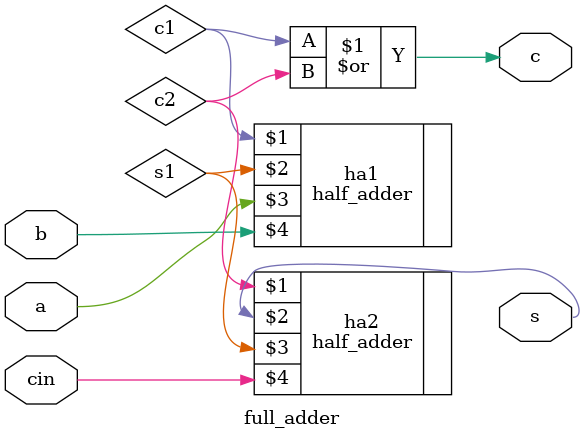
<source format=v>
`include "half_adder.v"
module full_adder(c, s, a, b, cin);
input a, b, cin;
output c, s;
wire c1, s1, c2;
half_adder ha1(c1, s1, a, b);
half_adder ha2(c2, s, s1, cin);
or o1(c, c1, c2);
endmodule
</source>
